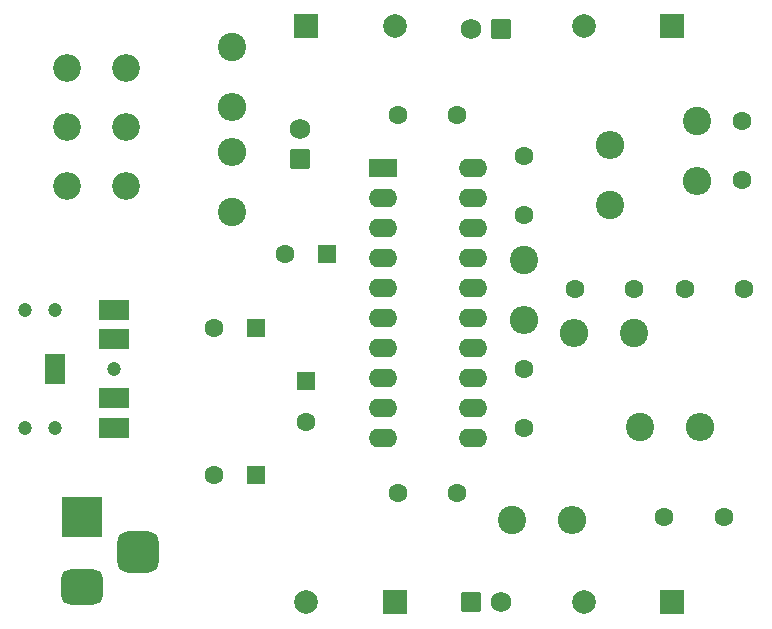
<source format=gbr>
%TF.GenerationSoftware,KiCad,Pcbnew,(6.0.2-0)*%
%TF.CreationDate,2022-02-22T22:16:16+08:00*%
%TF.ProjectId,TPA3125D2,54504133-3132-4354-9432-2e6b69636164,rev?*%
%TF.SameCoordinates,Original*%
%TF.FileFunction,Soldermask,Top*%
%TF.FilePolarity,Negative*%
%FSLAX46Y46*%
G04 Gerber Fmt 4.6, Leading zero omitted, Abs format (unit mm)*
G04 Created by KiCad (PCBNEW (6.0.2-0)) date 2022-02-22 22:16:16*
%MOMM*%
%LPD*%
G01*
G04 APERTURE LIST*
G04 Aperture macros list*
%AMRoundRect*
0 Rectangle with rounded corners*
0 $1 Rounding radius*
0 $2 $3 $4 $5 $6 $7 $8 $9 X,Y pos of 4 corners*
0 Add a 4 corners polygon primitive as box body*
4,1,4,$2,$3,$4,$5,$6,$7,$8,$9,$2,$3,0*
0 Add four circle primitives for the rounded corners*
1,1,$1+$1,$2,$3*
1,1,$1+$1,$4,$5*
1,1,$1+$1,$6,$7*
1,1,$1+$1,$8,$9*
0 Add four rect primitives between the rounded corners*
20,1,$1+$1,$2,$3,$4,$5,0*
20,1,$1+$1,$4,$5,$6,$7,0*
20,1,$1+$1,$6,$7,$8,$9,0*
20,1,$1+$1,$8,$9,$2,$3,0*%
G04 Aperture macros list end*
%ADD10R,1.600000X1.600000*%
%ADD11C,1.600000*%
%ADD12RoundRect,0.250000X0.620000X-0.620000X0.620000X0.620000X-0.620000X0.620000X-0.620000X-0.620000X0*%
%ADD13C,1.740000*%
%ADD14R,3.500000X3.500000*%
%ADD15RoundRect,0.750000X1.000000X-0.750000X1.000000X0.750000X-1.000000X0.750000X-1.000000X-0.750000X0*%
%ADD16RoundRect,0.875000X0.875000X-0.875000X0.875000X0.875000X-0.875000X0.875000X-0.875000X-0.875000X0*%
%ADD17RoundRect,0.250000X0.620000X0.620000X-0.620000X0.620000X-0.620000X-0.620000X0.620000X-0.620000X0*%
%ADD18RoundRect,0.250000X-0.620000X-0.620000X0.620000X-0.620000X0.620000X0.620000X-0.620000X0.620000X0*%
%ADD19C,2.400000*%
%ADD20O,2.400000X2.400000*%
%ADD21C,2.340000*%
%ADD22R,2.400000X1.600000*%
%ADD23O,2.400000X1.600000*%
%ADD24C,1.200000*%
%ADD25R,2.500000X1.800000*%
%ADD26R,1.800000X2.500000*%
%ADD27R,2.000000X2.000000*%
%ADD28C,2.000000*%
G04 APERTURE END LIST*
D10*
%TO.C,C3*%
X128000000Y-80000000D03*
D11*
X124500000Y-80000000D03*
%TD*%
D10*
%TO.C,C7*%
X132250000Y-84500000D03*
D11*
X132250000Y-88000000D03*
%TD*%
D10*
%TO.C,C8*%
X128000000Y-92500000D03*
D11*
X124500000Y-92500000D03*
%TD*%
%TO.C,C14*%
X145000000Y-62000000D03*
X140000000Y-62000000D03*
%TD*%
%TO.C,C15*%
X145000000Y-94000000D03*
X140000000Y-94000000D03*
%TD*%
%TO.C,C22*%
X155000000Y-76750000D03*
X160000000Y-76750000D03*
%TD*%
D12*
%TO.C,J3*%
X131750000Y-65750000D03*
D13*
X131750000Y-63210000D03*
%TD*%
D14*
%TO.C,J2*%
X113292500Y-96000000D03*
D15*
X113292500Y-102000000D03*
D16*
X117992500Y-99000000D03*
%TD*%
D17*
%TO.C,J4*%
X148750000Y-54750000D03*
D13*
X146210000Y-54750000D03*
%TD*%
D18*
%TO.C,J5*%
X146250000Y-103250000D03*
D13*
X148790000Y-103250000D03*
%TD*%
D19*
%TO.C,L1*%
X157988000Y-69596000D03*
D20*
X157988000Y-64516000D03*
%TD*%
D19*
%TO.C,L2*%
X160528000Y-88392000D03*
D20*
X165608000Y-88392000D03*
%TD*%
D21*
%TO.C,RV1*%
X112000000Y-58000000D03*
X112000000Y-63000000D03*
X112000000Y-68000000D03*
X117000000Y-58000000D03*
X117000000Y-63000000D03*
X117000000Y-68000000D03*
%TD*%
D22*
%TO.C,U1*%
X138750000Y-66500000D03*
D23*
X138750000Y-69040000D03*
X138750000Y-71580000D03*
X138750000Y-74120000D03*
X138750000Y-76660000D03*
X138750000Y-79200000D03*
X138750000Y-81740000D03*
X138750000Y-84280000D03*
X138750000Y-86820000D03*
X138750000Y-89360000D03*
X146370000Y-89360000D03*
X146370000Y-86820000D03*
X146370000Y-84280000D03*
X146370000Y-81740000D03*
X146370000Y-79200000D03*
X146370000Y-76660000D03*
X146370000Y-74120000D03*
X146370000Y-71580000D03*
X146370000Y-69040000D03*
X146370000Y-66500000D03*
%TD*%
D10*
%TO.C,C2*%
X134000000Y-73750000D03*
D11*
X130500000Y-73750000D03*
%TD*%
%TO.C,C20*%
X150750000Y-65500000D03*
X150750000Y-70500000D03*
%TD*%
D24*
%TO.C,J1*%
X111000000Y-78500000D03*
X108500000Y-88500000D03*
X111000000Y-88500000D03*
X116000000Y-83500000D03*
X108500000Y-78500000D03*
D25*
X116000000Y-88500000D03*
X116000000Y-86000000D03*
D26*
X111000000Y-83500000D03*
D25*
X116000000Y-78500000D03*
X116000000Y-81000000D03*
%TD*%
D27*
%TO.C,C9*%
X132250000Y-54500000D03*
D28*
X139750000Y-54500000D03*
%TD*%
D27*
%TO.C,C10*%
X139750000Y-103250000D03*
D28*
X132250000Y-103250000D03*
%TD*%
D11*
%TO.C,C27*%
X169164000Y-62524000D03*
X169164000Y-67524000D03*
%TD*%
%TO.C,C28*%
X162600000Y-96012000D03*
X167600000Y-96012000D03*
%TD*%
D27*
%TO.C,C29*%
X163250000Y-54500000D03*
D28*
X155750000Y-54500000D03*
%TD*%
D27*
%TO.C,C32*%
X163250000Y-103250000D03*
D28*
X155750000Y-103250000D03*
%TD*%
D19*
%TO.C,R11*%
X165354000Y-62530000D03*
D20*
X165354000Y-67610000D03*
%TD*%
D11*
%TO.C,C18*%
X150750000Y-88500000D03*
X150750000Y-83500000D03*
%TD*%
D19*
%TO.C,R1*%
X126000000Y-56250000D03*
D20*
X126000000Y-61330000D03*
%TD*%
D19*
%TO.C,R2*%
X126000000Y-70250000D03*
D20*
X126000000Y-65170000D03*
%TD*%
D19*
%TO.C,R6*%
X150750000Y-74250000D03*
D20*
X150750000Y-79330000D03*
%TD*%
D19*
%TO.C,R10*%
X160000000Y-80500000D03*
D20*
X154920000Y-80500000D03*
%TD*%
D19*
%TO.C,R12*%
X149652000Y-96266000D03*
D20*
X154732000Y-96266000D03*
%TD*%
D11*
%TO.C,C24*%
X164338000Y-76708000D03*
X169338000Y-76708000D03*
%TD*%
M02*

</source>
